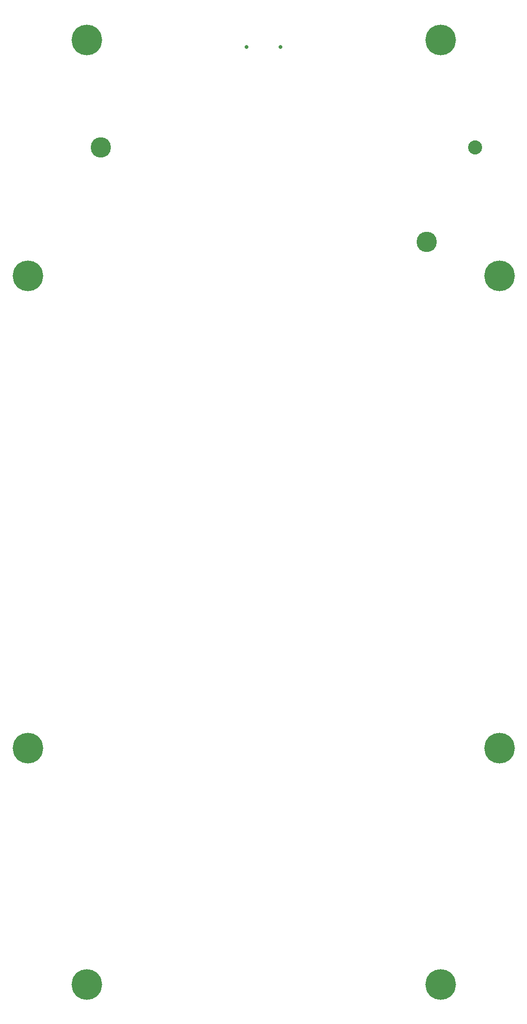
<source format=gbr>
%TF.GenerationSoftware,Altium Limited,Altium Designer,23.6.0 (18)*%
G04 Layer_Color=0*
%FSLAX43Y43*%
%MOMM*%
%TF.SameCoordinates,407812E0-2FFD-4E57-8D94-CFCBE61D5419*%
%TF.FilePolarity,Positive*%
%TF.FileFunction,NonPlated,1,2,NPTH,Drill*%
%TF.Part,Single*%
G01*
G75*
%TA.AperFunction,ComponentDrill*%
%ADD73C,3.450*%
%ADD74C,2.388*%
%ADD75C,0.650*%
%TA.AperFunction,OtherDrill,Free Pad (87.5mm,44mm)*%
%ADD76C,5.200*%
%TA.AperFunction,OtherDrill,Free Pad (87.5mm,124mm)*%
%ADD77C,5.200*%
%TA.AperFunction,OtherDrill,Free Pad (7.5mm,124mm)*%
%ADD78C,5.200*%
%TA.AperFunction,OtherDrill,Free Pad (7.5mm,44mm)*%
%ADD79C,5.200*%
%TA.AperFunction,OtherDrill,Free Pad (77.5mm,164mm)*%
%ADD80C,5.200*%
%TA.AperFunction,OtherDrill,Free Pad (17.5mm,4mm)*%
%ADD81C,5.200*%
%TA.AperFunction,OtherDrill,Free Pad (77.5mm,4mm)*%
%ADD82C,5.200*%
%TA.AperFunction,OtherDrill,Free Pad (17.5mm,164mm)*%
%ADD83C,5.200*%
D73*
X19877Y145801D02*
D03*
X75122Y129799D02*
D03*
D74*
X83352Y145801D02*
D03*
D75*
X44610Y162820D02*
D03*
X50390D02*
D03*
D76*
X87500Y44000D02*
D03*
D77*
Y124000D02*
D03*
D78*
X7500D02*
D03*
D79*
Y44000D02*
D03*
D80*
X77500Y164000D02*
D03*
D81*
X17500Y4000D02*
D03*
D82*
X77500D02*
D03*
D83*
X17500Y164000D02*
D03*
%TF.MD5,c5735e680e504e3e241317f729dc1d6a*%
M02*

</source>
